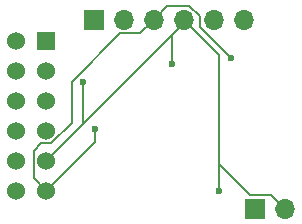
<source format=gbr>
%TF.GenerationSoftware,KiCad,Pcbnew,8.0.3*%
%TF.CreationDate,2024-07-01T17:14:51-05:00*%
%TF.ProjectId,Cartpole_HBridge,43617274-706f-46c6-955f-484272696467,rev?*%
%TF.SameCoordinates,Original*%
%TF.FileFunction,Copper,L2,Bot*%
%TF.FilePolarity,Positive*%
%FSLAX46Y46*%
G04 Gerber Fmt 4.6, Leading zero omitted, Abs format (unit mm)*
G04 Created by KiCad (PCBNEW 8.0.3) date 2024-07-01 17:14:51*
%MOMM*%
%LPD*%
G01*
G04 APERTURE LIST*
%TA.AperFunction,ComponentPad*%
%ADD10R,1.700000X1.700000*%
%TD*%
%TA.AperFunction,ComponentPad*%
%ADD11O,1.700000X1.700000*%
%TD*%
%TA.AperFunction,ComponentPad*%
%ADD12C,1.524000*%
%TD*%
%TA.AperFunction,ComponentPad*%
%ADD13R,1.524000X1.524000*%
%TD*%
%TA.AperFunction,ViaPad*%
%ADD14C,0.600000*%
%TD*%
%TA.AperFunction,Conductor*%
%ADD15C,0.200000*%
%TD*%
G04 APERTURE END LIST*
D10*
%TO.P,J2,1*%
%TO.N,Net-(Q1-D)*%
X67000000Y-74500000D03*
D11*
%TO.P,J2,2*%
%TO.N,GND*%
X69540000Y-74500000D03*
%TD*%
D10*
%TO.P,J3,1,Pin_1*%
%TO.N,Net-(J1-Pin_10)*%
X53380000Y-58500000D03*
D11*
%TO.P,J3,2,Pin_2*%
%TO.N,Net-(J1-Pin_9)*%
X55920000Y-58500000D03*
%TO.P,J3,3,Pin_3*%
%TO.N,VCC*%
X58460000Y-58500000D03*
%TO.P,J3,4,Pin_4*%
%TO.N,GND*%
X61000000Y-58500000D03*
%TO.P,J3,5,Pin_5*%
%TO.N,Net-(J3-Pin_5)*%
X63540000Y-58500000D03*
%TO.P,J3,6,Pin_6*%
%TO.N,Net-(J3-Pin_6)*%
X66080000Y-58500000D03*
%TD*%
D12*
%TO.P,J1,12,Pin_12*%
%TO.N,unconnected-(J1-Pin_12-Pad12)*%
X46810000Y-73000000D03*
%TO.P,J1,11,Pin_11*%
%TO.N,unconnected-(J1-Pin_11-Pad11)*%
X46810000Y-70460000D03*
%TO.P,J1,10,Pin_10*%
%TO.N,Net-(J1-Pin_10)*%
X46810000Y-67920000D03*
%TO.P,J1,9,Pin_9*%
%TO.N,Net-(J1-Pin_9)*%
X46810000Y-65380000D03*
%TO.P,J1,8,Pin_8*%
%TO.N,unconnected-(J1-Pin_8-Pad8)*%
X46810000Y-62840000D03*
%TO.P,J1,7,Pin_7*%
%TO.N,unconnected-(J1-Pin_7-Pad7)*%
X46810000Y-60300000D03*
%TO.P,J1,6,Pin_6*%
%TO.N,VCC*%
X49350000Y-73000000D03*
%TO.P,J1,5,Pin_5*%
%TO.N,GND*%
X49350000Y-70460000D03*
%TO.P,J1,4,Pin_4*%
%TO.N,Net-(J1-Pin_4)*%
X49350000Y-67920000D03*
%TO.P,J1,3,Pin_3*%
%TO.N,Net-(J1-Pin_3)*%
X49350000Y-65380000D03*
%TO.P,J1,2,Pin_2*%
%TO.N,Net-(J1-Pin_2)*%
X49350000Y-62840000D03*
D13*
%TO.P,J1,1,Pin_1*%
%TO.N,Net-(J1-Pin_1)*%
X49350000Y-60300000D03*
%TD*%
D14*
%TO.N,VCC*%
X65000000Y-61750000D03*
%TO.N,GND*%
X64000000Y-73000000D03*
%TO.N,VCC*%
X53500000Y-67750000D03*
%TO.N,GND*%
X60000000Y-62250000D03*
X52500000Y-63750000D03*
%TD*%
D15*
%TO.N,GND*%
X68390000Y-73350000D02*
X66600000Y-73350000D01*
X69540000Y-74500000D02*
X68390000Y-73350000D01*
X64000000Y-70750000D02*
X64000000Y-61500000D01*
X64000000Y-73000000D02*
X64000000Y-70750000D01*
X66600000Y-73350000D02*
X64000000Y-70750000D01*
%TO.N,VCC*%
X62336827Y-59086827D02*
X65000000Y-61750000D01*
X62336827Y-58210481D02*
X62336827Y-59086827D01*
X61476346Y-57350000D02*
X62336827Y-58210481D01*
X59610000Y-57350000D02*
X61476346Y-57350000D01*
X58460000Y-58500000D02*
X59610000Y-57350000D01*
%TO.N,GND*%
X64000000Y-61500000D02*
X61000000Y-58500000D01*
%TO.N,VCC*%
X53500000Y-68850000D02*
X53500000Y-67750000D01*
X49350000Y-73000000D02*
X53500000Y-68850000D01*
X57310000Y-59650000D02*
X58460000Y-58500000D01*
X55600000Y-59650000D02*
X57310000Y-59650000D01*
X51500000Y-63750000D02*
X55600000Y-59650000D01*
X49789895Y-68982000D02*
X51500000Y-67271895D01*
X48910105Y-68982000D02*
X49789895Y-68982000D01*
X51500000Y-67271895D02*
X51500000Y-63750000D01*
X48288000Y-69604105D02*
X48910105Y-68982000D01*
X48288000Y-71938000D02*
X48288000Y-69604105D01*
X49350000Y-73000000D02*
X48288000Y-71938000D01*
%TO.N,GND*%
X60000000Y-59810000D02*
X60405000Y-59405000D01*
X60000000Y-62250000D02*
X60000000Y-59810000D01*
X60405000Y-59405000D02*
X49350000Y-70460000D01*
X60960000Y-58850000D02*
X60405000Y-59405000D01*
X52500000Y-67310000D02*
X49350000Y-70460000D01*
X52500000Y-63750000D02*
X52500000Y-67310000D01*
%TD*%
M02*

</source>
